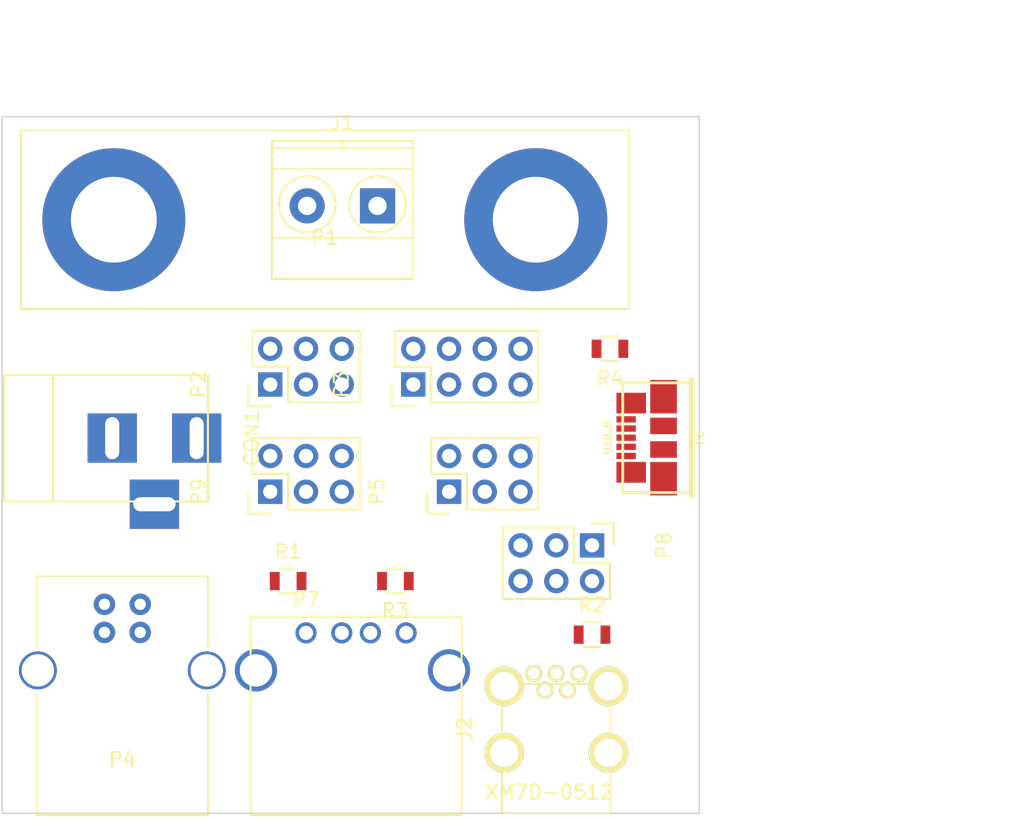
<source format=kicad_pcb>
(kicad_pcb (version 20160815) (host pcbnew "(2016-11-09 revision 58af5bc)-makepkg")

  (general
    (links 50)
    (no_connects 49)
    (area 65.989999 76.149999 115.620001 125.780001)
    (thickness 1.6)
    (drawings 6)
    (tracks 0)
    (zones 0)
    (modules 16)
    (nets 24)
  )

  (page A4)
  (layers
    (0 F.Cu signal)
    (31 B.Cu signal)
    (32 B.Adhes user)
    (33 F.Adhes user)
    (34 B.Paste user)
    (35 F.Paste user)
    (36 B.SilkS user)
    (37 F.SilkS user)
    (38 B.Mask user)
    (39 F.Mask user)
    (40 Dwgs.User user)
    (41 Cmts.User user)
    (42 Eco1.User user)
    (43 Eco2.User user)
    (44 Edge.Cuts user)
    (45 Margin user)
    (46 B.CrtYd user)
    (47 F.CrtYd user)
    (48 B.Fab user)
    (49 F.Fab user)
  )

  (setup
    (last_trace_width 0.25)
    (trace_clearance 0.2)
    (zone_clearance 0.508)
    (zone_45_only no)
    (trace_min 0.2)
    (segment_width 0.2)
    (edge_width 0.1)
    (via_size 0.8)
    (via_drill 0.4)
    (via_min_size 0.4)
    (via_min_drill 0.3)
    (uvia_size 0.3)
    (uvia_drill 0.1)
    (uvias_allowed no)
    (uvia_min_size 0.2)
    (uvia_min_drill 0.1)
    (pcb_text_width 0.3)
    (pcb_text_size 1.5 1.5)
    (mod_edge_width 0.15)
    (mod_text_size 1 1)
    (mod_text_width 0.15)
    (pad_size 1.5 1.5)
    (pad_drill 0.6)
    (pad_to_mask_clearance 0)
    (aux_axis_origin 0 0)
    (visible_elements 7FFFFFFF)
    (pcbplotparams
      (layerselection 0x00030_ffffffff)
      (usegerberextensions false)
      (excludeedgelayer true)
      (linewidth 0.100000)
      (plotframeref false)
      (viasonmask false)
      (mode 1)
      (useauxorigin false)
      (hpglpennumber 1)
      (hpglpenspeed 20)
      (hpglpendiameter 15)
      (psnegative false)
      (psa4output false)
      (plotreference true)
      (plotvalue true)
      (plotinvisibletext false)
      (padsonsilk false)
      (subtractmaskfromsilk false)
      (outputformat 1)
      (mirror false)
      (drillshape 1)
      (scaleselection 1)
      (outputdirectory ""))
  )

  (net 0 "")
  (net 1 /GND)
  (net 2 /VCC)
  (net 3 "Net-(P4-Pad5)")
  (net 4 "Net-(P6-Pad5)")
  (net 5 "Net-(P6-Pad4)")
  (net 6 "Net-(P7-Pad5)")
  (net 7 "Net-(J2-Pad1)")
  (net 8 "Net-(J2-Pad2)")
  (net 9 "Net-(J2-Pad3)")
  (net 10 "Net-(J2-Pad4)")
  (net 11 "Net-(J2-Pad0)")
  (net 12 "Net-(P1-Pad2)")
  (net 13 "Net-(P2-Pad6)")
  (net 14 "Net-(P2-Pad2)")
  (net 15 "Net-(P2-Pad4)")
  (net 16 "Net-(P6-Pad3)")
  (net 17 "Net-(P6-Pad2)")
  (net 18 "Net-(P6-Pad1)")
  (net 19 "Net-(P7-Pad1)")
  (net 20 "Net-(P7-Pad2)")
  (net 21 "Net-(P7-Pad3)")
  (net 22 "Net-(P2-Pad5)")
  (net 23 "Net-(P2-Pad3)")

  (net_class Default "This is the default net class."
    (clearance 0.2)
    (trace_width 0.25)
    (via_dia 0.8)
    (via_drill 0.4)
    (uvia_dia 0.3)
    (uvia_drill 0.1)
    (diff_pair_gap 0.25)
    (diff_pair_width 0.2)
    (add_net /GND)
    (add_net /VCC)
    (add_net "Net-(J2-Pad0)")
    (add_net "Net-(J2-Pad1)")
    (add_net "Net-(J2-Pad2)")
    (add_net "Net-(J2-Pad3)")
    (add_net "Net-(J2-Pad4)")
    (add_net "Net-(P1-Pad2)")
    (add_net "Net-(P2-Pad2)")
    (add_net "Net-(P2-Pad3)")
    (add_net "Net-(P2-Pad4)")
    (add_net "Net-(P2-Pad5)")
    (add_net "Net-(P2-Pad6)")
    (add_net "Net-(P4-Pad5)")
    (add_net "Net-(P6-Pad1)")
    (add_net "Net-(P6-Pad2)")
    (add_net "Net-(P6-Pad3)")
    (add_net "Net-(P6-Pad4)")
    (add_net "Net-(P6-Pad5)")
    (add_net "Net-(P7-Pad1)")
    (add_net "Net-(P7-Pad2)")
    (add_net "Net-(P7-Pad3)")
    (add_net "Net-(P7-Pad5)")
  )

  (module w_conn_pc:conn_usb_B_micro_smd (layer F.Cu) (tedit 0) (tstamp 582D03A5)
    (at 113.03 99.02952 90)
    (descr "USB B micro SMD connector, Molex P/N 47346-0001")
    (path /582C0C06)
    (fp_text reference P6 (at 0 2.60096 90) (layer F.SilkS)
      (effects (font (size 0.50038 0.50038) (thickness 0.09906)))
    )
    (fp_text value USB_B (at 0 -4.0005 90) (layer F.SilkS)
      (effects (font (size 0.50038 0.50038) (thickness 0.09906)))
    )
    (fp_line (start 3.8989 -2.90068) (end 3.8989 2.10058) (layer F.SilkS) (width 0.20066))
    (fp_line (start -3.8989 -2.90068) (end 3.8989 -2.90068) (layer F.SilkS) (width 0.20066))
    (fp_line (start -3.8989 2.10058) (end -3.8989 -2.90068) (layer F.SilkS) (width 0.20066))
    (fp_line (start -4.20116 1.89992) (end -4.20116 2.10058) (layer F.SilkS) (width 0.20066))
    (fp_line (start 4.20116 1.89992) (end -4.20116 1.89992) (layer F.SilkS) (width 0.20066))
    (fp_line (start 4.20116 2.10058) (end 4.20116 1.89992) (layer F.SilkS) (width 0.20066))
    (fp_line (start -4.20116 2.10058) (end 4.20116 2.10058) (layer F.SilkS) (width 0.20066))
    (fp_line (start -4.20116 1.99898) (end 4.20116 1.99898) (layer F.SilkS) (width 0.20066))
    (pad 5 smd rect (at 1.30048 -2.65938 90) (size 0.44958 1.37922) (layers F.Cu F.Paste F.Mask)
      (net 4 "Net-(P6-Pad5)"))
    (pad 4 smd rect (at 0.65024 -2.65938 90) (size 0.44958 1.37922) (layers F.Cu F.Paste F.Mask)
      (net 5 "Net-(P6-Pad4)"))
    (pad 3 smd rect (at 0 -2.65938 90) (size 0.44958 1.37922) (layers F.Cu F.Paste F.Mask)
      (net 16 "Net-(P6-Pad3)"))
    (pad 2 smd rect (at -0.65024 -2.65938 90) (size 0.44958 1.37922) (layers F.Cu F.Paste F.Mask)
      (net 17 "Net-(P6-Pad2)"))
    (pad 1 smd rect (at -1.30048 -2.65938 90) (size 0.44958 1.37922) (layers F.Cu F.Paste F.Mask)
      (net 18 "Net-(P6-Pad1)"))
    (pad "" smd rect (at -2.46126 -2.2987 90) (size 1.4732 2.10058) (layers F.Cu F.Paste F.Mask))
    (pad "" smd rect (at 2.46126 -2.2987 90) (size 1.4732 2.10058) (layers F.Cu F.Paste F.Mask))
    (pad "" smd rect (at -2.91338 0 90) (size 2.3749 1.89738) (layers F.Cu F.Paste F.Mask))
    (pad "" smd rect (at 2.91338 0 90) (size 2.3749 1.89738) (layers F.Cu F.Paste F.Mask))
    (pad "" smd rect (at 0.8382 0 90) (size 1.17348 1.89738) (layers F.Cu F.Paste F.Mask))
    (pad "" smd rect (at -0.8382 0 90) (size 1.17348 1.89738) (layers F.Cu F.Paste F.Mask))
    (model walter/conn_pc/usb_B_micro_smd.wrl
      (at (xyz 0 0 0))
      (scale (xyz 1 1 1))
      (rotate (xyz 0 0 0))
    )
    (model "Y:/Ubuntu One/KiCad/lib/3d_conn_pc/walter/conn_pc/usb_B_micro_smd.wrl"
      (at (xyz 0 0 0))
      (scale (xyz 1 1 1))
      (rotate (xyz 0 0 0))
    )
  )

  (module Connect:BARREL_JACK (layer F.Cu) (tedit 0) (tstamp 582D031D)
    (at 73.66 99.06)
    (descr "DC Barrel Jack")
    (tags "Power Jack")
    (path /582B720A)
    (fp_text reference CON1 (at 10.09904 0 -270) (layer F.SilkS)
      (effects (font (size 1 1) (thickness 0.15)))
    )
    (fp_text value BARREL_JACK (at 0 -5.99948) (layer F.Fab)
      (effects (font (size 1 1) (thickness 0.15)))
    )
    (fp_line (start 7.00024 -4.50088) (end -7.50062 -4.50088) (layer F.SilkS) (width 0.15))
    (fp_line (start 7.00024 4.50088) (end 7.00024 -4.50088) (layer F.SilkS) (width 0.15))
    (fp_line (start -7.50062 4.50088) (end 7.00024 4.50088) (layer F.SilkS) (width 0.15))
    (fp_line (start -7.50062 -4.50088) (end -7.50062 4.50088) (layer F.SilkS) (width 0.15))
    (fp_line (start -4.0005 -4.50088) (end -4.0005 4.50088) (layer F.SilkS) (width 0.15))
    (pad 3 thru_hole rect (at 3.2004 4.699) (size 3.50012 3.50012) (drill oval 2.99974 1.00076) (layers *.Cu *.Mask)
      (net 1 /GND))
    (pad 2 thru_hole rect (at 0.20066 0) (size 3.50012 3.50012) (drill oval 1.00076 2.99974) (layers *.Cu *.Mask)
      (net 1 /GND))
    (pad 1 thru_hole rect (at 6.20014 0) (size 3.50012 3.50012) (drill oval 1.00076 2.99974) (layers *.Cu *.Mask)
      (net 2 /VCC))
    (model ${KISYS3DMOD}/Connect.3dshapes/JACK_ALIM.wrl
      (at (xyz 0 0 0))
      (scale (xyz 1 1 1))
      (rotate (xyz 0 0 0))
    )
  )

  (module Connect:Banana_Jack_2Pin (layer F.Cu) (tedit 0) (tstamp 582D0373)
    (at 88.963759 83.534034)
    (descr "Dual banana socket, footprint - 2 x 6mm drills")
    (tags "banana socket")
    (path /582CF8F2)
    (fp_text reference P1 (at 0 1.27) (layer F.SilkS)
      (effects (font (size 1 1) (thickness 0.15)))
    )
    (fp_text value CONN_02X01 (at 0 -1.27) (layer F.Fab)
      (effects (font (size 1 1) (thickness 0.15)))
    )
    (fp_line (start -21.59 6.35) (end -21.59 -6.35) (layer F.SilkS) (width 0.15))
    (fp_line (start 21.59 6.35) (end -21.59 6.35) (layer F.SilkS) (width 0.15))
    (fp_line (start 21.59 -6.35) (end 21.59 6.35) (layer F.SilkS) (width 0.15))
    (fp_line (start -21.59 -6.35) (end 21.59 -6.35) (layer F.SilkS) (width 0.15))
    (pad 2 thru_hole circle (at 14.986 0) (size 10.16 10.16) (drill 6.096) (layers *.Cu *.Mask)
      (net 12 "Net-(P1-Pad2)"))
    (pad 1 thru_hole circle (at -14.986 0) (size 10.16 10.16) (drill 6.096) (layers *.Cu *.Mask)
      (net 2 /VCC))
    (model Connect.3dshapes/Banana_Jack_2Pin.wrl
      (at (xyz 0 0 0))
      (scale (xyz 2 2 2))
      (rotate (xyz 0 0 0))
    )
  )

  (module Pin_Headers:Pin_Header_Straight_2x04 (layer F.Cu) (tedit 0) (tstamp 582D037F)
    (at 95.25 95.25 90)
    (descr "Through hole pin header")
    (tags "pin header")
    (path /582C1756)
    (fp_text reference P3 (at 0 -5.1 90) (layer F.SilkS)
      (effects (font (size 1 1) (thickness 0.15)))
    )
    (fp_text value CONN_02X04 (at 0 -3.1 90) (layer F.Fab)
      (effects (font (size 1 1) (thickness 0.15)))
    )
    (fp_line (start -1.55 -1.55) (end -1.55 0) (layer F.SilkS) (width 0.15))
    (fp_line (start 1.27 1.27) (end -1.27 1.27) (layer F.SilkS) (width 0.15))
    (fp_line (start 1.27 -1.27) (end 1.27 1.27) (layer F.SilkS) (width 0.15))
    (fp_line (start 0 -1.55) (end -1.55 -1.55) (layer F.SilkS) (width 0.15))
    (fp_line (start 3.81 -1.27) (end 1.27 -1.27) (layer F.SilkS) (width 0.15))
    (fp_line (start 3.81 8.89) (end 3.81 -1.27) (layer F.SilkS) (width 0.15))
    (fp_line (start -1.27 8.89) (end 3.81 8.89) (layer F.SilkS) (width 0.15))
    (fp_line (start -1.27 1.27) (end -1.27 8.89) (layer F.SilkS) (width 0.15))
    (fp_line (start -1.75 9.4) (end 4.3 9.4) (layer F.CrtYd) (width 0.05))
    (fp_line (start -1.75 -1.75) (end 4.3 -1.75) (layer F.CrtYd) (width 0.05))
    (fp_line (start 4.3 -1.75) (end 4.3 9.4) (layer F.CrtYd) (width 0.05))
    (fp_line (start -1.75 -1.75) (end -1.75 9.4) (layer F.CrtYd) (width 0.05))
    (pad 8 thru_hole oval (at 2.54 7.62 90) (size 1.7272 1.7272) (drill 1.016) (layers *.Cu *.Mask)
      (net 2 /VCC))
    (pad 7 thru_hole oval (at 0 7.62 90) (size 1.7272 1.7272) (drill 1.016) (layers *.Cu *.Mask)
      (net 12 "Net-(P1-Pad2)"))
    (pad 6 thru_hole oval (at 2.54 5.08 90) (size 1.7272 1.7272) (drill 1.016) (layers *.Cu *.Mask)
      (net 2 /VCC))
    (pad 5 thru_hole oval (at 0 5.08 90) (size 1.7272 1.7272) (drill 1.016) (layers *.Cu *.Mask)
      (net 12 "Net-(P1-Pad2)"))
    (pad 4 thru_hole oval (at 2.54 2.54 90) (size 1.7272 1.7272) (drill 1.016) (layers *.Cu *.Mask)
      (net 2 /VCC))
    (pad 3 thru_hole oval (at 0 2.54 90) (size 1.7272 1.7272) (drill 1.016) (layers *.Cu *.Mask)
      (net 12 "Net-(P1-Pad2)"))
    (pad 2 thru_hole oval (at 2.54 0 90) (size 1.7272 1.7272) (drill 1.016) (layers *.Cu *.Mask)
      (net 2 /VCC))
    (pad 1 thru_hole rect (at 0 0 90) (size 1.7272 1.7272) (drill 1.016) (layers *.Cu *.Mask)
      (net 12 "Net-(P1-Pad2)"))
    (model Pin_Headers.3dshapes/Pin_Header_Straight_2x04.wrl
      (at (xyz 0.05 -0.15 0))
      (scale (xyz 1 1 1))
      (rotate (xyz 0 0 90))
    )
  )

  (module Connect:USB_B (layer F.Cu) (tedit 55B36073) (tstamp 582D0389)
    (at 75.84948 110.871 270)
    (descr "USB B connector")
    (tags "USB_B USB_DEV")
    (path /582BFEED)
    (fp_text reference P4 (at 11.049 1.27) (layer F.SilkS)
      (effects (font (size 1 1) (thickness 0.15)))
    )
    (fp_text value USB_B (at 4.699 1.27) (layer F.Fab)
      (effects (font (size 1 1) (thickness 0.15)))
    )
    (fp_line (start -2.032 7.366) (end -2.032 -4.826) (layer F.SilkS) (width 0.15))
    (fp_line (start 14.986 -4.826) (end 14.986 7.366) (layer F.SilkS) (width 0.15))
    (fp_line (start -2.032 -4.826) (end 3.048 -4.826) (layer F.SilkS) (width 0.15))
    (fp_line (start 6.35 -4.826) (end 14.986 -4.826) (layer F.SilkS) (width 0.15))
    (fp_line (start -2.032 7.366) (end 3.048 7.366) (layer F.SilkS) (width 0.15))
    (fp_line (start 6.35 7.366) (end 14.986 7.366) (layer F.SilkS) (width 0.15))
    (fp_line (start 15.25 -6.35) (end 15.25 8.9) (layer F.CrtYd) (width 0.05))
    (fp_line (start -2.3 -6.35) (end 15.25 -6.35) (layer F.CrtYd) (width 0.05))
    (fp_line (start -2.3 8.9) (end -2.3 -6.35) (layer F.CrtYd) (width 0.05))
    (fp_line (start 15.25 8.9) (end -2.3 8.9) (layer F.CrtYd) (width 0.05))
    (pad 5 thru_hole circle (at 4.699 -4.72948 180) (size 2.70002 2.70002) (drill 2.30124) (layers *.Cu *.Mask)
      (net 3 "Net-(P4-Pad5)"))
    (pad 5 thru_hole circle (at 4.699 7.26948 180) (size 2.70002 2.70002) (drill 2.30124) (layers *.Cu *.Mask)
      (net 3 "Net-(P4-Pad5)"))
    (pad 3 thru_hole circle (at 1.99898 2.54 180) (size 1.524 1.524) (drill 0.8128) (layers *.Cu *.Mask)
      (net 13 "Net-(P2-Pad6)"))
    (pad 4 thru_hole circle (at 1.99898 0 180) (size 1.524 1.524) (drill 0.8128) (layers *.Cu *.Mask)
      (net 1 /GND))
    (pad 1 thru_hole circle (at 0 0 180) (size 1.524 1.524) (drill 0.8128) (layers *.Cu *.Mask)
      (net 14 "Net-(P2-Pad2)"))
    (pad 2 thru_hole circle (at 0 2.54 180) (size 1.524 1.524) (drill 0.8128) (layers *.Cu *.Mask)
      (net 15 "Net-(P2-Pad4)"))
    (model Connect.3dshapes/USB_B.wrl
      (at (xyz 0.185 -0.05 0.001))
      (scale (xyz 0.3937 0.3937 0.3937))
      (rotate (xyz 0 0 -90))
    )
  )

  (module Connect:USB_A (layer F.Cu) (tedit 5543E289) (tstamp 582D03AF)
    (at 87.62914 112.90512)
    (descr "USB A connector")
    (tags "USB USB_A")
    (path /582BFC25)
    (fp_text reference P7 (at 0 -2.35) (layer F.SilkS)
      (effects (font (size 1 1) (thickness 0.15)))
    )
    (fp_text value USB_A (at 3.83794 7.43458) (layer F.Fab)
      (effects (font (size 1 1) (thickness 0.15)))
    )
    (fp_line (start 11.04986 12.95188) (end -3.93614 12.95188) (layer F.SilkS) (width 0.15))
    (fp_line (start 11.04986 -1.14512) (end -3.93614 -1.14512) (layer F.SilkS) (width 0.15))
    (fp_line (start -3.93614 12.95188) (end -3.93614 -1.14512) (layer F.SilkS) (width 0.15))
    (fp_line (start 11.04986 -1.14512) (end 11.04986 12.95188) (layer F.SilkS) (width 0.15))
    (fp_line (start -5.3 -1.4) (end 11.95 -1.4) (layer F.CrtYd) (width 0.05))
    (fp_line (start -5.3 13.2) (end 11.95 13.2) (layer F.CrtYd) (width 0.05))
    (fp_line (start 11.95 -1.4) (end 11.95 13.2) (layer F.CrtYd) (width 0.05))
    (fp_line (start -5.3 13.2) (end -5.3 -1.4) (layer F.CrtYd) (width 0.05))
    (pad 5 thru_hole circle (at -3.55514 2.66488 270) (size 2.99974 2.99974) (drill 2.30124) (layers *.Cu *.Mask)
      (net 6 "Net-(P7-Pad5)"))
    (pad 5 thru_hole circle (at 10.16086 2.66488 270) (size 2.99974 2.99974) (drill 2.30124) (layers *.Cu *.Mask)
      (net 6 "Net-(P7-Pad5)"))
    (pad 1 thru_hole circle (at 0.00086 -0.00212 270) (size 1.50114 1.50114) (drill 1.00076) (layers *.Cu *.Mask)
      (net 19 "Net-(P7-Pad1)"))
    (pad 2 thru_hole circle (at 2.54086 -0.00212 270) (size 1.50114 1.50114) (drill 1.00076) (layers *.Cu *.Mask)
      (net 20 "Net-(P7-Pad2)"))
    (pad 3 thru_hole circle (at 4.57286 -0.00212 270) (size 1.50114 1.50114) (drill 1.00076) (layers *.Cu *.Mask)
      (net 21 "Net-(P7-Pad3)"))
    (pad 4 thru_hole circle (at 7.11286 -0.00212 270) (size 1.50114 1.50114) (drill 1.00076) (layers *.Cu *.Mask)
      (net 1 /GND))
    (model Connect.3dshapes/USB_A.wrl
      (at (xyz 0.14 0 0))
      (scale (xyz 1 1 1))
      (rotate (xyz 0 0 90))
    )
  )

  (module Resistors_SMD:R_0805 (layer F.Cu) (tedit 5415CDEB) (tstamp 582D03B5)
    (at 86.36 109.22)
    (descr "Resistor SMD 0805, reflow soldering, Vishay (see dcrcw.pdf)")
    (tags "resistor 0805")
    (path /582CA1DC)
    (attr smd)
    (fp_text reference R1 (at 0 -2.1) (layer F.SilkS)
      (effects (font (size 1 1) (thickness 0.15)))
    )
    (fp_text value 33K (at 0 2.1) (layer F.Fab)
      (effects (font (size 1 1) (thickness 0.15)))
    )
    (fp_line (start -1.6 -1) (end 1.6 -1) (layer F.CrtYd) (width 0.05))
    (fp_line (start -1.6 1) (end 1.6 1) (layer F.CrtYd) (width 0.05))
    (fp_line (start -1.6 -1) (end -1.6 1) (layer F.CrtYd) (width 0.05))
    (fp_line (start 1.6 -1) (end 1.6 1) (layer F.CrtYd) (width 0.05))
    (fp_line (start 0.6 0.875) (end -0.6 0.875) (layer F.SilkS) (width 0.15))
    (fp_line (start -0.6 -0.875) (end 0.6 -0.875) (layer F.SilkS) (width 0.15))
    (pad 1 smd rect (at -0.95 0) (size 0.7 1.3) (layers F.Cu F.Paste F.Mask)
      (net 1 /GND))
    (pad 2 smd rect (at 0.95 0) (size 0.7 1.3) (layers F.Cu F.Paste F.Mask)
      (net 3 "Net-(P4-Pad5)"))
    (model Resistors_SMD.3dshapes/R_0805.wrl
      (at (xyz 0 0 0))
      (scale (xyz 1 1 1))
      (rotate (xyz 0 0 0))
    )
  )

  (module Resistors_SMD:R_0805 (layer F.Cu) (tedit 5415CDEB) (tstamp 582D03BB)
    (at 107.95 113.03)
    (descr "Resistor SMD 0805, reflow soldering, Vishay (see dcrcw.pdf)")
    (tags "resistor 0805")
    (path /582CAA4F)
    (attr smd)
    (fp_text reference R2 (at 0 -2.1) (layer F.SilkS)
      (effects (font (size 1 1) (thickness 0.15)))
    )
    (fp_text value 33K (at 0 2.1) (layer F.Fab)
      (effects (font (size 1 1) (thickness 0.15)))
    )
    (fp_line (start -0.6 -0.875) (end 0.6 -0.875) (layer F.SilkS) (width 0.15))
    (fp_line (start 0.6 0.875) (end -0.6 0.875) (layer F.SilkS) (width 0.15))
    (fp_line (start 1.6 -1) (end 1.6 1) (layer F.CrtYd) (width 0.05))
    (fp_line (start -1.6 -1) (end -1.6 1) (layer F.CrtYd) (width 0.05))
    (fp_line (start -1.6 1) (end 1.6 1) (layer F.CrtYd) (width 0.05))
    (fp_line (start -1.6 -1) (end 1.6 -1) (layer F.CrtYd) (width 0.05))
    (pad 2 smd rect (at 0.95 0) (size 0.7 1.3) (layers F.Cu F.Paste F.Mask)
      (net 11 "Net-(J2-Pad0)"))
    (pad 1 smd rect (at -0.95 0) (size 0.7 1.3) (layers F.Cu F.Paste F.Mask)
      (net 1 /GND))
    (model Resistors_SMD.3dshapes/R_0805.wrl
      (at (xyz 0 0 0))
      (scale (xyz 1 1 1))
      (rotate (xyz 0 0 0))
    )
  )

  (module Resistors_SMD:R_0805 (layer F.Cu) (tedit 5415CDEB) (tstamp 582D03C1)
    (at 93.98 109.22 180)
    (descr "Resistor SMD 0805, reflow soldering, Vishay (see dcrcw.pdf)")
    (tags "resistor 0805")
    (path /582CAB11)
    (attr smd)
    (fp_text reference R3 (at 0 -2.1 180) (layer F.SilkS)
      (effects (font (size 1 1) (thickness 0.15)))
    )
    (fp_text value 33K (at 0 2.1 180) (layer F.Fab)
      (effects (font (size 1 1) (thickness 0.15)))
    )
    (fp_line (start -1.6 -1) (end 1.6 -1) (layer F.CrtYd) (width 0.05))
    (fp_line (start -1.6 1) (end 1.6 1) (layer F.CrtYd) (width 0.05))
    (fp_line (start -1.6 -1) (end -1.6 1) (layer F.CrtYd) (width 0.05))
    (fp_line (start 1.6 -1) (end 1.6 1) (layer F.CrtYd) (width 0.05))
    (fp_line (start 0.6 0.875) (end -0.6 0.875) (layer F.SilkS) (width 0.15))
    (fp_line (start -0.6 -0.875) (end 0.6 -0.875) (layer F.SilkS) (width 0.15))
    (pad 1 smd rect (at -0.95 0 180) (size 0.7 1.3) (layers F.Cu F.Paste F.Mask)
      (net 1 /GND))
    (pad 2 smd rect (at 0.95 0 180) (size 0.7 1.3) (layers F.Cu F.Paste F.Mask)
      (net 4 "Net-(P6-Pad5)"))
    (model Resistors_SMD.3dshapes/R_0805.wrl
      (at (xyz 0 0 0))
      (scale (xyz 1 1 1))
      (rotate (xyz 0 0 0))
    )
  )

  (module Resistors_SMD:R_0805 (layer F.Cu) (tedit 5415CDEB) (tstamp 582D03C7)
    (at 109.22 92.71 180)
    (descr "Resistor SMD 0805, reflow soldering, Vishay (see dcrcw.pdf)")
    (tags "resistor 0805")
    (path /582CADA9)
    (attr smd)
    (fp_text reference R4 (at 0 -2.1 180) (layer F.SilkS)
      (effects (font (size 1 1) (thickness 0.15)))
    )
    (fp_text value 33K (at 0 2.1 180) (layer F.Fab)
      (effects (font (size 1 1) (thickness 0.15)))
    )
    (fp_line (start -0.6 -0.875) (end 0.6 -0.875) (layer F.SilkS) (width 0.15))
    (fp_line (start 0.6 0.875) (end -0.6 0.875) (layer F.SilkS) (width 0.15))
    (fp_line (start 1.6 -1) (end 1.6 1) (layer F.CrtYd) (width 0.05))
    (fp_line (start -1.6 -1) (end -1.6 1) (layer F.CrtYd) (width 0.05))
    (fp_line (start -1.6 1) (end 1.6 1) (layer F.CrtYd) (width 0.05))
    (fp_line (start -1.6 -1) (end 1.6 -1) (layer F.CrtYd) (width 0.05))
    (pad 2 smd rect (at 0.95 0 180) (size 0.7 1.3) (layers F.Cu F.Paste F.Mask)
      (net 6 "Net-(P7-Pad5)"))
    (pad 1 smd rect (at -0.95 0 180) (size 0.7 1.3) (layers F.Cu F.Paste F.Mask)
      (net 1 /GND))
    (model Resistors_SMD.3dshapes/R_0805.wrl
      (at (xyz 0 0 0))
      (scale (xyz 1 1 1))
      (rotate (xyz 0 0 0))
    )
  )

  (module Terminal_Blocks:TerminalBlock_Pheonix_MKDS1.5-2pol (layer F.Cu) (tedit 563007E4) (tstamp 582D57B2)
    (at 92.71 82.55 180)
    (descr "2-way 5mm pitch terminal block, Phoenix MKDS series")
    (path /582B7274)
    (fp_text reference J1 (at 2.5 5.9 180) (layer F.SilkS)
      (effects (font (size 1 1) (thickness 0.15)))
    )
    (fp_text value Screw_Terminal_1x02 (at 2.5 -6.6 180) (layer F.Fab)
      (effects (font (size 1 1) (thickness 0.15)))
    )
    (fp_line (start -2.5 -5.2) (end -2.5 4.6) (layer F.SilkS) (width 0.15))
    (fp_line (start 7.5 -5.2) (end -2.5 -5.2) (layer F.SilkS) (width 0.15))
    (fp_line (start 7.5 4.6) (end 7.5 -5.2) (layer F.SilkS) (width 0.15))
    (fp_line (start -2.5 4.6) (end 7.5 4.6) (layer F.SilkS) (width 0.15))
    (fp_line (start -2.5 4.1) (end 7.5 4.1) (layer F.SilkS) (width 0.15))
    (fp_line (start -2.5 -2.3) (end 7.5 -2.3) (layer F.SilkS) (width 0.15))
    (fp_line (start -2.5 2.6) (end 7.5 2.6) (layer F.SilkS) (width 0.15))
    (fp_circle (center 0 0.1) (end 2 0.1) (layer F.SilkS) (width 0.15))
    (fp_circle (center 5 0.1) (end 3 0.1) (layer F.SilkS) (width 0.15))
    (fp_line (start 2.5 4.1) (end 2.5 4.6) (layer F.SilkS) (width 0.15))
    (fp_line (start 7.7 -5.4) (end 7.7 4.8) (layer F.CrtYd) (width 0.05))
    (fp_line (start 7.7 4.8) (end -2.7 4.8) (layer F.CrtYd) (width 0.05))
    (fp_line (start -2.7 4.8) (end -2.7 -5.4) (layer F.CrtYd) (width 0.05))
    (fp_line (start -2.7 -5.4) (end 7.7 -5.4) (layer F.CrtYd) (width 0.05))
    (pad 2 thru_hole circle (at 5 0 180) (size 2.5 2.5) (drill 1.3) (layers *.Cu *.Mask)
      (net 1 /GND))
    (pad 1 thru_hole rect (at 0 0 180) (size 2.5 2.5) (drill 1.3) (layers *.Cu *.Mask)
      (net 2 /VCC))
    (model Terminal_Blocks.3dshapes/TerminalBlock_Pheonix_MKDS1.5-2pol.wrl
      (at (xyz 0.0984 0 0))
      (scale (xyz 1 1 1))
      (rotate (xyz 0 0 0))
    )
  )

  (module Omron:XM7D-0512 (layer F.Cu) (tedit 53C5B803) (tstamp 583A2529)
    (at 105.41 125.73 180)
    (path /583A199E)
    (fp_text reference J2 (at 6.5 6 270) (layer F.SilkS)
      (effects (font (size 1 1) (thickness 0.17)))
    )
    (fp_text value XM7D-0512 (at 0.5 1.5 180) (layer F.SilkS)
      (effects (font (size 1 1) (thickness 0.17)))
    )
    (fp_line (start 3.85 0) (end -3.85 0) (layer F.SilkS) (width 0.15))
    (fp_line (start -3.85 0) (end -3.85 9.2) (layer F.SilkS) (width 0.15))
    (fp_line (start -3.85 9.2) (end 3.85 9.2) (layer F.SilkS) (width 0.15))
    (fp_line (start 3.85 9.2) (end 3.85 0) (layer F.SilkS) (width 0.15))
    (pad 1 thru_hole circle (at 1.6 9.945 180) (size 1.195 1.195) (drill 0.8) (layers *.Cu *.Mask F.SilkS)
      (net 7 "Net-(J2-Pad1)"))
    (pad 2 thru_hole circle (at 0.8 8.745 180) (size 1.195 1.195) (drill 0.8) (layers *.Cu *.Mask F.SilkS)
      (net 8 "Net-(J2-Pad2)"))
    (pad 3 thru_hole circle (at 0 9.945 180) (size 1.195 1.195) (drill 0.8) (layers *.Cu *.Mask F.SilkS)
      (net 9 "Net-(J2-Pad3)"))
    (pad 4 thru_hole circle (at -0.8 8.745 180) (size 1.195 1.195) (drill 0.8) (layers *.Cu *.Mask F.SilkS)
      (net 10 "Net-(J2-Pad4)"))
    (pad 5 thru_hole circle (at -1.6 9.945 180) (size 1.195 1.195) (drill 0.8) (layers *.Cu *.Mask F.SilkS)
      (net 1 /GND))
    (pad 0 thru_hole circle (at 3.7 9.045 180) (size 2.8 2.8) (drill 2) (layers *.Cu *.Mask F.SilkS)
      (net 11 "Net-(J2-Pad0)"))
    (pad 0 thru_hole circle (at -3.7 9.045 180) (size 2.8 2.8) (drill 2) (layers *.Cu *.Mask F.SilkS)
      (net 11 "Net-(J2-Pad0)"))
    (pad 0 thru_hole circle (at 3.7 4.295 180) (size 2.8 2.8) (drill 2) (layers *.Cu *.Mask F.SilkS)
      (net 11 "Net-(J2-Pad0)"))
    (pad 0 thru_hole circle (at -3.7 4.295 180) (size 2.8 2.8) (drill 2) (layers *.Cu *.Mask F.SilkS)
      (net 11 "Net-(J2-Pad0)"))
  )

  (module Pin_Headers:Pin_Header_Straight_2x03 (layer F.Cu) (tedit 54EA0A4B) (tstamp 583A3B23)
    (at 85.09 95.25 90)
    (descr "Through hole pin header")
    (tags "pin header")
    (path /583A3B45)
    (fp_text reference P2 (at 0 -5.1 90) (layer F.SilkS)
      (effects (font (size 1 1) (thickness 0.15)))
    )
    (fp_text value CONN_02X03 (at 0 -3.1 90) (layer F.Fab)
      (effects (font (size 1 1) (thickness 0.15)))
    )
    (fp_line (start 3.81 1.27) (end 3.81 -1.27) (layer F.SilkS) (width 0.15))
    (fp_line (start 3.81 -1.27) (end 1.27 -1.27) (layer F.SilkS) (width 0.15))
    (fp_line (start -1.55 -1.55) (end -1.55 0) (layer F.SilkS) (width 0.15))
    (fp_line (start 3.81 6.35) (end 3.81 1.27) (layer F.SilkS) (width 0.15))
    (fp_line (start -1.27 6.35) (end 3.81 6.35) (layer F.SilkS) (width 0.15))
    (fp_line (start 1.27 1.27) (end -1.27 1.27) (layer F.SilkS) (width 0.15))
    (fp_line (start 1.27 -1.27) (end 1.27 1.27) (layer F.SilkS) (width 0.15))
    (fp_line (start -1.75 6.85) (end 4.3 6.85) (layer F.CrtYd) (width 0.05))
    (fp_line (start -1.75 -1.75) (end 4.3 -1.75) (layer F.CrtYd) (width 0.05))
    (fp_line (start 4.3 -1.75) (end 4.3 6.85) (layer F.CrtYd) (width 0.05))
    (fp_line (start -1.75 -1.75) (end -1.75 6.85) (layer F.CrtYd) (width 0.05))
    (fp_line (start -1.55 -1.55) (end 0 -1.55) (layer F.SilkS) (width 0.15))
    (fp_line (start -1.27 1.27) (end -1.27 6.35) (layer F.SilkS) (width 0.15))
    (pad 6 thru_hole oval (at 2.54 5.08 90) (size 1.7272 1.7272) (drill 1.016) (layers *.Cu *.Mask)
      (net 13 "Net-(P2-Pad6)"))
    (pad 5 thru_hole oval (at 0 5.08 90) (size 1.7272 1.7272) (drill 1.016) (layers *.Cu *.Mask)
      (net 22 "Net-(P2-Pad5)"))
    (pad 4 thru_hole oval (at 2.54 2.54 90) (size 1.7272 1.7272) (drill 1.016) (layers *.Cu *.Mask)
      (net 15 "Net-(P2-Pad4)"))
    (pad 3 thru_hole oval (at 0 2.54 90) (size 1.7272 1.7272) (drill 1.016) (layers *.Cu *.Mask)
      (net 23 "Net-(P2-Pad3)"))
    (pad 2 thru_hole oval (at 2.54 0 90) (size 1.7272 1.7272) (drill 1.016) (layers *.Cu *.Mask)
      (net 14 "Net-(P2-Pad2)"))
    (pad 1 thru_hole rect (at 0 0 90) (size 1.7272 1.7272) (drill 1.016) (layers *.Cu *.Mask)
      (net 2 /VCC))
    (model Pin_Headers.3dshapes/Pin_Header_Straight_2x03.wrl
      (at (xyz 0.05 -0.1 0))
      (scale (xyz 1 1 1))
      (rotate (xyz 0 0 90))
    )
  )

  (module Pin_Headers:Pin_Header_Straight_2x03 (layer F.Cu) (tedit 54EA0A4B) (tstamp 583A3B2D)
    (at 97.79 102.87 90)
    (descr "Through hole pin header")
    (tags "pin header")
    (path /583A3CE3)
    (fp_text reference P5 (at 0 -5.1 90) (layer F.SilkS)
      (effects (font (size 1 1) (thickness 0.15)))
    )
    (fp_text value CONN_02X03 (at 0 -3.1 90) (layer F.Fab)
      (effects (font (size 1 1) (thickness 0.15)))
    )
    (fp_line (start -1.27 1.27) (end -1.27 6.35) (layer F.SilkS) (width 0.15))
    (fp_line (start -1.55 -1.55) (end 0 -1.55) (layer F.SilkS) (width 0.15))
    (fp_line (start -1.75 -1.75) (end -1.75 6.85) (layer F.CrtYd) (width 0.05))
    (fp_line (start 4.3 -1.75) (end 4.3 6.85) (layer F.CrtYd) (width 0.05))
    (fp_line (start -1.75 -1.75) (end 4.3 -1.75) (layer F.CrtYd) (width 0.05))
    (fp_line (start -1.75 6.85) (end 4.3 6.85) (layer F.CrtYd) (width 0.05))
    (fp_line (start 1.27 -1.27) (end 1.27 1.27) (layer F.SilkS) (width 0.15))
    (fp_line (start 1.27 1.27) (end -1.27 1.27) (layer F.SilkS) (width 0.15))
    (fp_line (start -1.27 6.35) (end 3.81 6.35) (layer F.SilkS) (width 0.15))
    (fp_line (start 3.81 6.35) (end 3.81 1.27) (layer F.SilkS) (width 0.15))
    (fp_line (start -1.55 -1.55) (end -1.55 0) (layer F.SilkS) (width 0.15))
    (fp_line (start 3.81 -1.27) (end 1.27 -1.27) (layer F.SilkS) (width 0.15))
    (fp_line (start 3.81 1.27) (end 3.81 -1.27) (layer F.SilkS) (width 0.15))
    (pad 1 thru_hole rect (at 0 0 90) (size 1.7272 1.7272) (drill 1.016) (layers *.Cu *.Mask)
      (net 2 /VCC))
    (pad 2 thru_hole oval (at 2.54 0 90) (size 1.7272 1.7272) (drill 1.016) (layers *.Cu *.Mask)
      (net 7 "Net-(J2-Pad1)"))
    (pad 3 thru_hole oval (at 0 2.54 90) (size 1.7272 1.7272) (drill 1.016) (layers *.Cu *.Mask)
      (net 23 "Net-(P2-Pad3)"))
    (pad 4 thru_hole oval (at 2.54 2.54 90) (size 1.7272 1.7272) (drill 1.016) (layers *.Cu *.Mask)
      (net 8 "Net-(J2-Pad2)"))
    (pad 5 thru_hole oval (at 0 5.08 90) (size 1.7272 1.7272) (drill 1.016) (layers *.Cu *.Mask)
      (net 22 "Net-(P2-Pad5)"))
    (pad 6 thru_hole oval (at 2.54 5.08 90) (size 1.7272 1.7272) (drill 1.016) (layers *.Cu *.Mask)
      (net 9 "Net-(J2-Pad3)"))
    (model Pin_Headers.3dshapes/Pin_Header_Straight_2x03.wrl
      (at (xyz 0.05 -0.1 0))
      (scale (xyz 1 1 1))
      (rotate (xyz 0 0 90))
    )
  )

  (module Pin_Headers:Pin_Header_Straight_2x03 (layer F.Cu) (tedit 54EA0A4B) (tstamp 583A3B37)
    (at 107.95 106.68 270)
    (descr "Through hole pin header")
    (tags "pin header")
    (path /583A3D55)
    (fp_text reference P8 (at 0 -5.1 270) (layer F.SilkS)
      (effects (font (size 1 1) (thickness 0.15)))
    )
    (fp_text value CONN_02X03 (at 0 -3.1 270) (layer F.Fab)
      (effects (font (size 1 1) (thickness 0.15)))
    )
    (fp_line (start 3.81 1.27) (end 3.81 -1.27) (layer F.SilkS) (width 0.15))
    (fp_line (start 3.81 -1.27) (end 1.27 -1.27) (layer F.SilkS) (width 0.15))
    (fp_line (start -1.55 -1.55) (end -1.55 0) (layer F.SilkS) (width 0.15))
    (fp_line (start 3.81 6.35) (end 3.81 1.27) (layer F.SilkS) (width 0.15))
    (fp_line (start -1.27 6.35) (end 3.81 6.35) (layer F.SilkS) (width 0.15))
    (fp_line (start 1.27 1.27) (end -1.27 1.27) (layer F.SilkS) (width 0.15))
    (fp_line (start 1.27 -1.27) (end 1.27 1.27) (layer F.SilkS) (width 0.15))
    (fp_line (start -1.75 6.85) (end 4.3 6.85) (layer F.CrtYd) (width 0.05))
    (fp_line (start -1.75 -1.75) (end 4.3 -1.75) (layer F.CrtYd) (width 0.05))
    (fp_line (start 4.3 -1.75) (end 4.3 6.85) (layer F.CrtYd) (width 0.05))
    (fp_line (start -1.75 -1.75) (end -1.75 6.85) (layer F.CrtYd) (width 0.05))
    (fp_line (start -1.55 -1.55) (end 0 -1.55) (layer F.SilkS) (width 0.15))
    (fp_line (start -1.27 1.27) (end -1.27 6.35) (layer F.SilkS) (width 0.15))
    (pad 6 thru_hole oval (at 2.54 5.08 270) (size 1.7272 1.7272) (drill 1.016) (layers *.Cu *.Mask)
      (net 16 "Net-(P6-Pad3)"))
    (pad 5 thru_hole oval (at 0 5.08 270) (size 1.7272 1.7272) (drill 1.016) (layers *.Cu *.Mask)
      (net 22 "Net-(P2-Pad5)"))
    (pad 4 thru_hole oval (at 2.54 2.54 270) (size 1.7272 1.7272) (drill 1.016) (layers *.Cu *.Mask)
      (net 17 "Net-(P6-Pad2)"))
    (pad 3 thru_hole oval (at 0 2.54 270) (size 1.7272 1.7272) (drill 1.016) (layers *.Cu *.Mask)
      (net 23 "Net-(P2-Pad3)"))
    (pad 2 thru_hole oval (at 2.54 0 270) (size 1.7272 1.7272) (drill 1.016) (layers *.Cu *.Mask)
      (net 18 "Net-(P6-Pad1)"))
    (pad 1 thru_hole rect (at 0 0 270) (size 1.7272 1.7272) (drill 1.016) (layers *.Cu *.Mask)
      (net 2 /VCC))
    (model Pin_Headers.3dshapes/Pin_Header_Straight_2x03.wrl
      (at (xyz 0.05 -0.1 0))
      (scale (xyz 1 1 1))
      (rotate (xyz 0 0 90))
    )
  )

  (module Pin_Headers:Pin_Header_Straight_2x03 (layer F.Cu) (tedit 54EA0A4B) (tstamp 583A3B41)
    (at 85.09 102.87 90)
    (descr "Through hole pin header")
    (tags "pin header")
    (path /583A3DAA)
    (fp_text reference P9 (at 0 -5.1 90) (layer F.SilkS)
      (effects (font (size 1 1) (thickness 0.15)))
    )
    (fp_text value CONN_02X03 (at 0 -3.1 90) (layer F.Fab)
      (effects (font (size 1 1) (thickness 0.15)))
    )
    (fp_line (start -1.27 1.27) (end -1.27 6.35) (layer F.SilkS) (width 0.15))
    (fp_line (start -1.55 -1.55) (end 0 -1.55) (layer F.SilkS) (width 0.15))
    (fp_line (start -1.75 -1.75) (end -1.75 6.85) (layer F.CrtYd) (width 0.05))
    (fp_line (start 4.3 -1.75) (end 4.3 6.85) (layer F.CrtYd) (width 0.05))
    (fp_line (start -1.75 -1.75) (end 4.3 -1.75) (layer F.CrtYd) (width 0.05))
    (fp_line (start -1.75 6.85) (end 4.3 6.85) (layer F.CrtYd) (width 0.05))
    (fp_line (start 1.27 -1.27) (end 1.27 1.27) (layer F.SilkS) (width 0.15))
    (fp_line (start 1.27 1.27) (end -1.27 1.27) (layer F.SilkS) (width 0.15))
    (fp_line (start -1.27 6.35) (end 3.81 6.35) (layer F.SilkS) (width 0.15))
    (fp_line (start 3.81 6.35) (end 3.81 1.27) (layer F.SilkS) (width 0.15))
    (fp_line (start -1.55 -1.55) (end -1.55 0) (layer F.SilkS) (width 0.15))
    (fp_line (start 3.81 -1.27) (end 1.27 -1.27) (layer F.SilkS) (width 0.15))
    (fp_line (start 3.81 1.27) (end 3.81 -1.27) (layer F.SilkS) (width 0.15))
    (pad 1 thru_hole rect (at 0 0 90) (size 1.7272 1.7272) (drill 1.016) (layers *.Cu *.Mask)
      (net 2 /VCC))
    (pad 2 thru_hole oval (at 2.54 0 90) (size 1.7272 1.7272) (drill 1.016) (layers *.Cu *.Mask)
      (net 19 "Net-(P7-Pad1)"))
    (pad 3 thru_hole oval (at 0 2.54 90) (size 1.7272 1.7272) (drill 1.016) (layers *.Cu *.Mask)
      (net 23 "Net-(P2-Pad3)"))
    (pad 4 thru_hole oval (at 2.54 2.54 90) (size 1.7272 1.7272) (drill 1.016) (layers *.Cu *.Mask)
      (net 20 "Net-(P7-Pad2)"))
    (pad 5 thru_hole oval (at 0 5.08 90) (size 1.7272 1.7272) (drill 1.016) (layers *.Cu *.Mask)
      (net 22 "Net-(P2-Pad5)"))
    (pad 6 thru_hole oval (at 2.54 5.08 90) (size 1.7272 1.7272) (drill 1.016) (layers *.Cu *.Mask)
      (net 21 "Net-(P7-Pad3)"))
    (model Pin_Headers.3dshapes/Pin_Header_Straight_2x03.wrl
      (at (xyz 0.05 -0.1 0))
      (scale (xyz 1 1 1))
      (rotate (xyz 0 0 90))
    )
  )

  (dimension 49.53 (width 0.3) (layer Cmts.User)
    (gr_text "49.530 mm" (at 90.805 69.77) (layer Cmts.User)
      (effects (font (size 1.5 1.5) (thickness 0.3)))
    )
    (feature1 (pts (xy 66.04 101.6) (xy 66.04 68.42)))
    (feature2 (pts (xy 115.57 101.6) (xy 115.57 68.42)))
    (crossbar (pts (xy 115.57 71.12) (xy 66.04 71.12)))
    (arrow1a (pts (xy 66.04 71.12) (xy 67.166504 70.533579)))
    (arrow1b (pts (xy 66.04 71.12) (xy 67.166504 71.706421)))
    (arrow2a (pts (xy 115.57 71.12) (xy 114.443496 70.533579)))
    (arrow2b (pts (xy 115.57 71.12) (xy 114.443496 71.706421)))
  )
  (dimension 49.53 (width 0.3) (layer Cmts.User)
    (gr_text "49.530 mm" (at 135.97 100.965 270) (layer Cmts.User)
      (effects (font (size 1.5 1.5) (thickness 0.3)))
    )
    (feature1 (pts (xy 114.3 125.73) (xy 137.32 125.73)))
    (feature2 (pts (xy 114.3 76.2) (xy 137.32 76.2)))
    (crossbar (pts (xy 134.62 76.2) (xy 134.62 125.73)))
    (arrow1a (pts (xy 134.62 125.73) (xy 134.033579 124.603496)))
    (arrow1b (pts (xy 134.62 125.73) (xy 135.206421 124.603496)))
    (arrow2a (pts (xy 134.62 76.2) (xy 134.033579 77.326504)))
    (arrow2b (pts (xy 134.62 76.2) (xy 135.206421 77.326504)))
  )
  (gr_line (start 66.04 125.73) (end 66.04 76.2) (layer Edge.Cuts) (width 0.1))
  (gr_line (start 115.57 125.73) (end 66.04 125.73) (layer Edge.Cuts) (width 0.1))
  (gr_line (start 115.57 76.2) (end 115.57 125.73) (layer Edge.Cuts) (width 0.1))
  (gr_line (start 66.04 76.2) (end 115.57 76.2) (layer Edge.Cuts) (width 0.1))

)

</source>
